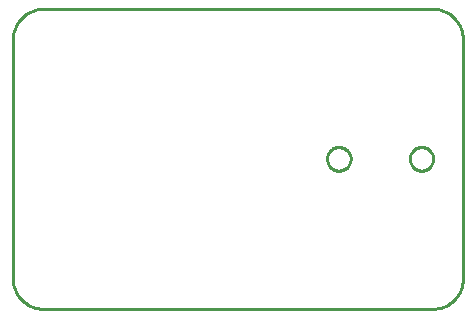
<source format=gbr>
G04 EAGLE Gerber RS-274X export*
G75*
%MOMM*%
%FSLAX34Y34*%
%LPD*%
%IN*%
%IPPOS*%
%AMOC8*
5,1,8,0,0,1.08239X$1,22.5*%
G01*
%ADD10C,0.254000*%


D10*
X0Y25400D02*
X97Y23186D01*
X386Y20989D01*
X865Y18826D01*
X1532Y16713D01*
X2380Y14666D01*
X3403Y12700D01*
X4594Y10831D01*
X5942Y9073D01*
X7440Y7440D01*
X9073Y5942D01*
X10831Y4594D01*
X12700Y3403D01*
X14666Y2380D01*
X16713Y1532D01*
X18826Y865D01*
X20989Y386D01*
X23186Y97D01*
X25400Y0D01*
X355600Y0D01*
X357814Y97D01*
X360011Y386D01*
X362174Y865D01*
X364287Y1532D01*
X366335Y2380D01*
X368300Y3403D01*
X370169Y4594D01*
X371927Y5942D01*
X373561Y7440D01*
X375058Y9073D01*
X376406Y10831D01*
X377597Y12700D01*
X378620Y14666D01*
X379468Y16713D01*
X380135Y18826D01*
X380614Y20989D01*
X380903Y23186D01*
X381000Y25400D01*
X381000Y228600D01*
X380903Y230814D01*
X380614Y233011D01*
X380135Y235174D01*
X379468Y237287D01*
X378620Y239335D01*
X377597Y241300D01*
X376406Y243169D01*
X375058Y244927D01*
X373561Y246561D01*
X371927Y248058D01*
X370169Y249406D01*
X368300Y250597D01*
X366335Y251620D01*
X364287Y252468D01*
X362174Y253135D01*
X360011Y253614D01*
X357814Y253903D01*
X355600Y254000D01*
X25400Y254000D01*
X23186Y253903D01*
X20989Y253614D01*
X18826Y253135D01*
X16713Y252468D01*
X14666Y251620D01*
X12700Y250597D01*
X10831Y249406D01*
X9073Y248058D01*
X7440Y246561D01*
X5942Y244927D01*
X4594Y243169D01*
X3403Y241300D01*
X2380Y239335D01*
X1532Y237287D01*
X865Y235174D01*
X386Y233011D01*
X97Y230814D01*
X0Y228600D01*
X0Y25400D01*
X336000Y127437D02*
X336076Y128307D01*
X336228Y129166D01*
X336454Y130010D01*
X336752Y130830D01*
X337121Y131622D01*
X337558Y132378D01*
X338059Y133093D01*
X338620Y133762D01*
X339238Y134380D01*
X339907Y134941D01*
X340622Y135442D01*
X341378Y135879D01*
X342170Y136248D01*
X342990Y136546D01*
X343834Y136772D01*
X344694Y136924D01*
X345563Y137000D01*
X346437Y137000D01*
X347307Y136924D01*
X348166Y136772D01*
X349010Y136546D01*
X349830Y136248D01*
X350622Y135879D01*
X351378Y135442D01*
X352093Y134941D01*
X352762Y134380D01*
X353380Y133762D01*
X353941Y133093D01*
X354442Y132378D01*
X354879Y131622D01*
X355248Y130830D01*
X355546Y130010D01*
X355772Y129166D01*
X355924Y128307D01*
X356000Y127437D01*
X356000Y126563D01*
X355924Y125694D01*
X355772Y124834D01*
X355546Y123990D01*
X355248Y123170D01*
X354879Y122378D01*
X354442Y121622D01*
X353941Y120907D01*
X353380Y120238D01*
X352762Y119620D01*
X352093Y119059D01*
X351378Y118558D01*
X350622Y118121D01*
X349830Y117752D01*
X349010Y117454D01*
X348166Y117228D01*
X347307Y117076D01*
X346437Y117000D01*
X345563Y117000D01*
X344694Y117076D01*
X343834Y117228D01*
X342990Y117454D01*
X342170Y117752D01*
X341378Y118121D01*
X340622Y118558D01*
X339907Y119059D01*
X339238Y119620D01*
X338620Y120238D01*
X338059Y120907D01*
X337558Y121622D01*
X337121Y122378D01*
X336752Y123170D01*
X336454Y123990D01*
X336228Y124834D01*
X336076Y125694D01*
X336000Y126563D01*
X336000Y127437D01*
X266000Y127437D02*
X266076Y128307D01*
X266228Y129166D01*
X266454Y130010D01*
X266752Y130830D01*
X267121Y131622D01*
X267558Y132378D01*
X268059Y133093D01*
X268620Y133762D01*
X269238Y134380D01*
X269907Y134941D01*
X270622Y135442D01*
X271378Y135879D01*
X272170Y136248D01*
X272990Y136546D01*
X273834Y136772D01*
X274694Y136924D01*
X275563Y137000D01*
X276437Y137000D01*
X277307Y136924D01*
X278166Y136772D01*
X279010Y136546D01*
X279830Y136248D01*
X280622Y135879D01*
X281378Y135442D01*
X282093Y134941D01*
X282762Y134380D01*
X283380Y133762D01*
X283941Y133093D01*
X284442Y132378D01*
X284879Y131622D01*
X285248Y130830D01*
X285546Y130010D01*
X285772Y129166D01*
X285924Y128307D01*
X286000Y127437D01*
X286000Y126563D01*
X285924Y125694D01*
X285772Y124834D01*
X285546Y123990D01*
X285248Y123170D01*
X284879Y122378D01*
X284442Y121622D01*
X283941Y120907D01*
X283380Y120238D01*
X282762Y119620D01*
X282093Y119059D01*
X281378Y118558D01*
X280622Y118121D01*
X279830Y117752D01*
X279010Y117454D01*
X278166Y117228D01*
X277307Y117076D01*
X276437Y117000D01*
X275563Y117000D01*
X274694Y117076D01*
X273834Y117228D01*
X272990Y117454D01*
X272170Y117752D01*
X271378Y118121D01*
X270622Y118558D01*
X269907Y119059D01*
X269238Y119620D01*
X268620Y120238D01*
X268059Y120907D01*
X267558Y121622D01*
X267121Y122378D01*
X266752Y123170D01*
X266454Y123990D01*
X266228Y124834D01*
X266076Y125694D01*
X266000Y126563D01*
X266000Y127437D01*
M02*

</source>
